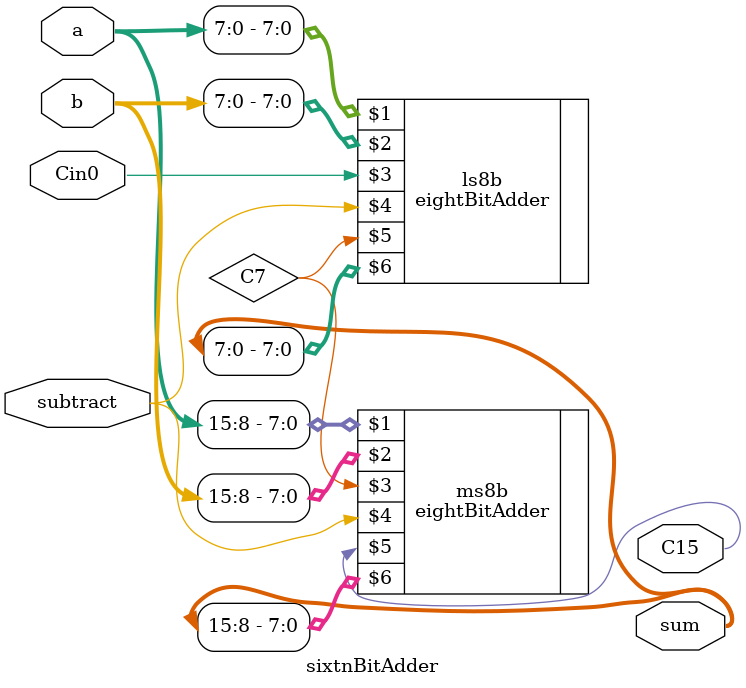
<source format=v>

module sixtnBitAdder(
    input [15:0] a,
    input [15:0] b,
    input Cin0, subtract,
    output C15,
    output [15:0] sum
  );

  wire C7;

  eightBitAdder ls8b(a[7:0], b[7:0], Cin0, subtract, C7, sum[7:0]);
  eightBitAdder ms8b(a[15:8], b[15:8], C7, subtract, C15, sum[15:8]);
endmodule

</source>
